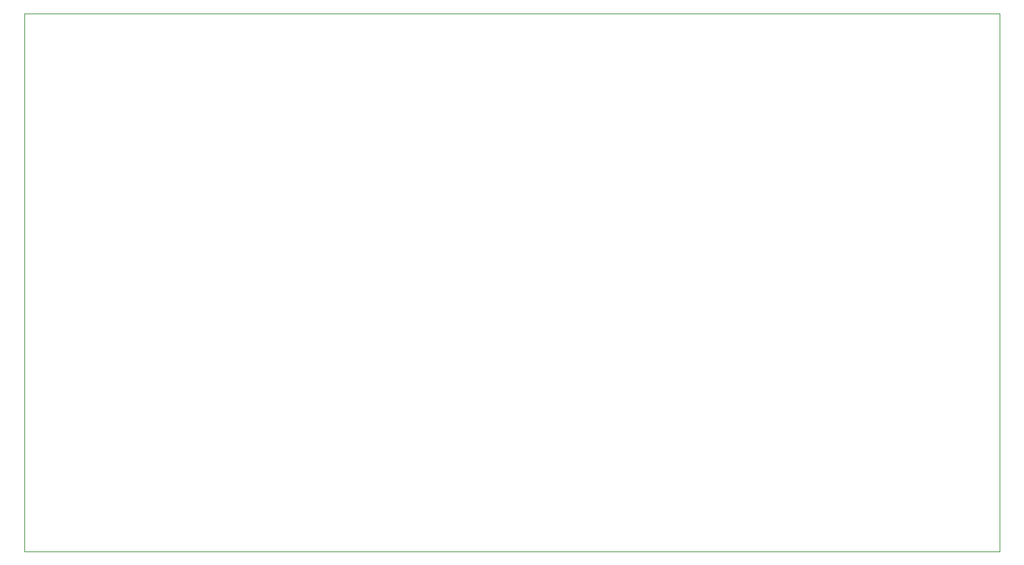
<source format=gbr>
G04 #@! TF.GenerationSoftware,KiCad,Pcbnew,5.1.8-db9833491~88~ubuntu20.04.1*
G04 #@! TF.CreationDate,2020-12-16T12:59:07+01:00*
G04 #@! TF.ProjectId,dtZ80,64745a38-302e-46b6-9963-61645f706362,1*
G04 #@! TF.SameCoordinates,Original*
G04 #@! TF.FileFunction,Profile,NP*
%FSLAX46Y46*%
G04 Gerber Fmt 4.6, Leading zero omitted, Abs format (unit mm)*
G04 Created by KiCad (PCBNEW 5.1.8-db9833491~88~ubuntu20.04.1) date 2020-12-16 12:59:07*
%MOMM*%
%LPD*%
G01*
G04 APERTURE LIST*
G04 #@! TA.AperFunction,Profile*
%ADD10C,0.050000*%
G04 #@! TD*
G04 APERTURE END LIST*
D10*
X-16510000Y-116840000D02*
X-16510000Y-49530000D01*
X105410000Y-116840000D02*
X-16510000Y-116840000D01*
X105410000Y-49530000D02*
X105410000Y-116840000D01*
X-16510000Y-49530000D02*
X105410000Y-49530000D01*
M02*

</source>
